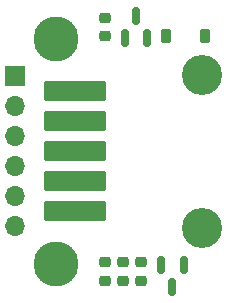
<source format=gbr>
%TF.GenerationSoftware,KiCad,Pcbnew,8.0.4-8.0.4-0~ubuntu22.04.1*%
%TF.CreationDate,2024-08-31T09:44:11-07:00*%
%TF.ProjectId,mag-encoder,6d61672d-656e-4636-9f64-65722e6b6963,2*%
%TF.SameCoordinates,Original*%
%TF.FileFunction,Soldermask,Top*%
%TF.FilePolarity,Negative*%
%FSLAX46Y46*%
G04 Gerber Fmt 4.6, Leading zero omitted, Abs format (unit mm)*
G04 Created by KiCad (PCBNEW 8.0.4-8.0.4-0~ubuntu22.04.1) date 2024-08-31 09:44:11*
%MOMM*%
%LPD*%
G01*
G04 APERTURE LIST*
G04 Aperture macros list*
%AMRoundRect*
0 Rectangle with rounded corners*
0 $1 Rounding radius*
0 $2 $3 $4 $5 $6 $7 $8 $9 X,Y pos of 4 corners*
0 Add a 4 corners polygon primitive as box body*
4,1,4,$2,$3,$4,$5,$6,$7,$8,$9,$2,$3,0*
0 Add four circle primitives for the rounded corners*
1,1,$1+$1,$2,$3*
1,1,$1+$1,$4,$5*
1,1,$1+$1,$6,$7*
1,1,$1+$1,$8,$9*
0 Add four rect primitives between the rounded corners*
20,1,$1+$1,$2,$3,$4,$5,0*
20,1,$1+$1,$4,$5,$6,$7,0*
20,1,$1+$1,$6,$7,$8,$9,0*
20,1,$1+$1,$8,$9,$2,$3,0*%
G04 Aperture macros list end*
%ADD10C,3.810000*%
%ADD11RoundRect,0.218750X-0.256250X0.218750X-0.256250X-0.218750X0.256250X-0.218750X0.256250X0.218750X0*%
%ADD12RoundRect,0.218750X0.256250X-0.218750X0.256250X0.218750X-0.256250X0.218750X-0.256250X-0.218750X0*%
%ADD13RoundRect,0.150000X-0.150000X0.587500X-0.150000X-0.587500X0.150000X-0.587500X0.150000X0.587500X0*%
%ADD14RoundRect,0.150000X0.150000X-0.587500X0.150000X0.587500X-0.150000X0.587500X-0.150000X-0.587500X0*%
%ADD15C,3.400000*%
%ADD16RoundRect,0.121324X2.543676X-0.703676X2.543676X0.703676X-2.543676X0.703676X-2.543676X-0.703676X0*%
%ADD17R,1.700000X1.700000*%
%ADD18O,1.700000X1.700000*%
%ADD19RoundRect,0.225000X-0.225000X-0.375000X0.225000X-0.375000X0.225000X0.375000X-0.225000X0.375000X0*%
G04 APERTURE END LIST*
D10*
%TO.C,H1*%
X224840800Y-114046000D03*
%TD*%
D11*
%TO.C,D1*%
X228981000Y-112242500D03*
X228981000Y-113817500D03*
%TD*%
D12*
%TO.C,D3*%
X228981000Y-134518500D03*
X228981000Y-132943500D03*
%TD*%
D13*
%TO.C,Q1*%
X235646000Y-133174500D03*
X233746000Y-133174500D03*
X234696000Y-135049500D03*
%TD*%
D14*
%TO.C,U1*%
X230647200Y-113967500D03*
X232547200Y-113967500D03*
X231597200Y-112092500D03*
%TD*%
D15*
%TO.C,J2*%
X237177800Y-130051000D03*
X237177800Y-117091000D03*
D16*
X226487800Y-118491000D03*
X226487800Y-121031000D03*
X226487800Y-123571000D03*
X226487800Y-126111000D03*
X226487800Y-128651000D03*
%TD*%
D12*
%TO.C,D4*%
X230505000Y-134518500D03*
X230505000Y-132943500D03*
%TD*%
D17*
%TO.C,J1*%
X221411800Y-117221000D03*
D18*
X221411800Y-119761000D03*
X221411800Y-122301000D03*
X221411800Y-124841000D03*
X221411800Y-127381000D03*
X221411800Y-129921000D03*
%TD*%
D19*
%TO.C,D2*%
X234189000Y-113792000D03*
X237489000Y-113792000D03*
%TD*%
D12*
%TO.C,D5*%
X232029000Y-134518500D03*
X232029000Y-132943500D03*
%TD*%
D10*
%TO.C,H2*%
X224840800Y-133096000D03*
%TD*%
M02*

</source>
